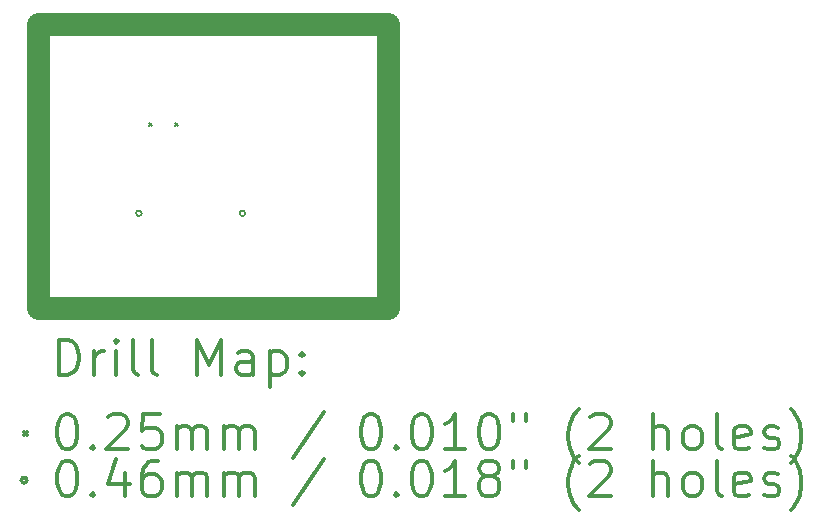
<source format=gbr>
%FSLAX45Y45*%
G04 Gerber Fmt 4.5, Leading zero omitted, Abs format (unit mm)*
G04 Created by KiCad (PCBNEW 4.0.5) date 02/20/17 11:55:41*
%MOMM*%
%LPD*%
G01*
G04 APERTURE LIST*
%ADD10C,0.127000*%
%ADD11C,1.981200*%
%ADD12C,0.200000*%
%ADD13C,0.300000*%
G04 APERTURE END LIST*
D10*
D11*
X15902940Y-10121900D02*
X15902940Y-7713980D01*
X15803880Y-10121900D02*
X15902940Y-10121900D01*
X12943840Y-10121900D02*
X15902940Y-10121900D01*
X12943840Y-10022840D02*
X12943840Y-10121900D01*
X12943840Y-7713980D02*
X12943840Y-10022840D01*
X15900400Y-7713980D02*
X15902940Y-7713980D01*
X12943840Y-7713980D02*
X15900400Y-7713980D01*
D12*
X13878560Y-8554720D02*
X13903960Y-8580120D01*
X13903960Y-8554720D02*
X13878560Y-8580120D01*
X14099540Y-8554720D02*
X14124940Y-8580120D01*
X14124940Y-8554720D02*
X14099540Y-8580120D01*
X13816620Y-9317440D02*
G75*
G03X13816620Y-9317440I-23000J0D01*
G01*
X14692620Y-9317440D02*
G75*
G03X14692620Y-9317440I-23000J0D01*
G01*
D13*
X13116208Y-10686674D02*
X13116208Y-10386674D01*
X13187637Y-10386674D01*
X13230494Y-10400960D01*
X13259066Y-10429532D01*
X13273351Y-10458103D01*
X13287637Y-10515246D01*
X13287637Y-10558103D01*
X13273351Y-10615246D01*
X13259066Y-10643817D01*
X13230494Y-10672389D01*
X13187637Y-10686674D01*
X13116208Y-10686674D01*
X13416208Y-10686674D02*
X13416208Y-10486674D01*
X13416208Y-10543817D02*
X13430494Y-10515246D01*
X13444780Y-10500960D01*
X13473351Y-10486674D01*
X13501923Y-10486674D01*
X13601923Y-10686674D02*
X13601923Y-10486674D01*
X13601923Y-10386674D02*
X13587637Y-10400960D01*
X13601923Y-10415246D01*
X13616208Y-10400960D01*
X13601923Y-10386674D01*
X13601923Y-10415246D01*
X13787637Y-10686674D02*
X13759066Y-10672389D01*
X13744780Y-10643817D01*
X13744780Y-10386674D01*
X13944780Y-10686674D02*
X13916208Y-10672389D01*
X13901923Y-10643817D01*
X13901923Y-10386674D01*
X14287637Y-10686674D02*
X14287637Y-10386674D01*
X14387637Y-10600960D01*
X14487637Y-10386674D01*
X14487637Y-10686674D01*
X14759066Y-10686674D02*
X14759066Y-10529532D01*
X14744780Y-10500960D01*
X14716208Y-10486674D01*
X14659066Y-10486674D01*
X14630494Y-10500960D01*
X14759066Y-10672389D02*
X14730494Y-10686674D01*
X14659066Y-10686674D01*
X14630494Y-10672389D01*
X14616208Y-10643817D01*
X14616208Y-10615246D01*
X14630494Y-10586674D01*
X14659066Y-10572389D01*
X14730494Y-10572389D01*
X14759066Y-10558103D01*
X14901923Y-10486674D02*
X14901923Y-10786674D01*
X14901923Y-10500960D02*
X14930494Y-10486674D01*
X14987637Y-10486674D01*
X15016208Y-10500960D01*
X15030494Y-10515246D01*
X15044780Y-10543817D01*
X15044780Y-10629532D01*
X15030494Y-10658103D01*
X15016208Y-10672389D01*
X14987637Y-10686674D01*
X14930494Y-10686674D01*
X14901923Y-10672389D01*
X15173351Y-10658103D02*
X15187637Y-10672389D01*
X15173351Y-10686674D01*
X15159066Y-10672389D01*
X15173351Y-10658103D01*
X15173351Y-10686674D01*
X15173351Y-10500960D02*
X15187637Y-10515246D01*
X15173351Y-10529532D01*
X15159066Y-10515246D01*
X15173351Y-10500960D01*
X15173351Y-10529532D01*
X12819380Y-11168260D02*
X12844780Y-11193660D01*
X12844780Y-11168260D02*
X12819380Y-11193660D01*
X13173351Y-11016674D02*
X13201923Y-11016674D01*
X13230494Y-11030960D01*
X13244780Y-11045246D01*
X13259066Y-11073817D01*
X13273351Y-11130960D01*
X13273351Y-11202389D01*
X13259066Y-11259531D01*
X13244780Y-11288103D01*
X13230494Y-11302389D01*
X13201923Y-11316674D01*
X13173351Y-11316674D01*
X13144780Y-11302389D01*
X13130494Y-11288103D01*
X13116208Y-11259531D01*
X13101923Y-11202389D01*
X13101923Y-11130960D01*
X13116208Y-11073817D01*
X13130494Y-11045246D01*
X13144780Y-11030960D01*
X13173351Y-11016674D01*
X13401923Y-11288103D02*
X13416208Y-11302389D01*
X13401923Y-11316674D01*
X13387637Y-11302389D01*
X13401923Y-11288103D01*
X13401923Y-11316674D01*
X13530494Y-11045246D02*
X13544780Y-11030960D01*
X13573351Y-11016674D01*
X13644780Y-11016674D01*
X13673351Y-11030960D01*
X13687637Y-11045246D01*
X13701923Y-11073817D01*
X13701923Y-11102389D01*
X13687637Y-11145246D01*
X13516208Y-11316674D01*
X13701923Y-11316674D01*
X13973351Y-11016674D02*
X13830494Y-11016674D01*
X13816208Y-11159532D01*
X13830494Y-11145246D01*
X13859066Y-11130960D01*
X13930494Y-11130960D01*
X13959066Y-11145246D01*
X13973351Y-11159532D01*
X13987637Y-11188103D01*
X13987637Y-11259531D01*
X13973351Y-11288103D01*
X13959066Y-11302389D01*
X13930494Y-11316674D01*
X13859066Y-11316674D01*
X13830494Y-11302389D01*
X13816208Y-11288103D01*
X14116208Y-11316674D02*
X14116208Y-11116674D01*
X14116208Y-11145246D02*
X14130494Y-11130960D01*
X14159066Y-11116674D01*
X14201923Y-11116674D01*
X14230494Y-11130960D01*
X14244780Y-11159532D01*
X14244780Y-11316674D01*
X14244780Y-11159532D02*
X14259066Y-11130960D01*
X14287637Y-11116674D01*
X14330494Y-11116674D01*
X14359066Y-11130960D01*
X14373351Y-11159532D01*
X14373351Y-11316674D01*
X14516208Y-11316674D02*
X14516208Y-11116674D01*
X14516208Y-11145246D02*
X14530494Y-11130960D01*
X14559066Y-11116674D01*
X14601923Y-11116674D01*
X14630494Y-11130960D01*
X14644780Y-11159532D01*
X14644780Y-11316674D01*
X14644780Y-11159532D02*
X14659066Y-11130960D01*
X14687637Y-11116674D01*
X14730494Y-11116674D01*
X14759066Y-11130960D01*
X14773351Y-11159532D01*
X14773351Y-11316674D01*
X15359066Y-11002389D02*
X15101923Y-11388103D01*
X15744780Y-11016674D02*
X15773351Y-11016674D01*
X15801923Y-11030960D01*
X15816208Y-11045246D01*
X15830494Y-11073817D01*
X15844780Y-11130960D01*
X15844780Y-11202389D01*
X15830494Y-11259531D01*
X15816208Y-11288103D01*
X15801923Y-11302389D01*
X15773351Y-11316674D01*
X15744780Y-11316674D01*
X15716208Y-11302389D01*
X15701923Y-11288103D01*
X15687637Y-11259531D01*
X15673351Y-11202389D01*
X15673351Y-11130960D01*
X15687637Y-11073817D01*
X15701923Y-11045246D01*
X15716208Y-11030960D01*
X15744780Y-11016674D01*
X15973351Y-11288103D02*
X15987637Y-11302389D01*
X15973351Y-11316674D01*
X15959066Y-11302389D01*
X15973351Y-11288103D01*
X15973351Y-11316674D01*
X16173351Y-11016674D02*
X16201923Y-11016674D01*
X16230494Y-11030960D01*
X16244780Y-11045246D01*
X16259065Y-11073817D01*
X16273351Y-11130960D01*
X16273351Y-11202389D01*
X16259065Y-11259531D01*
X16244780Y-11288103D01*
X16230494Y-11302389D01*
X16201923Y-11316674D01*
X16173351Y-11316674D01*
X16144780Y-11302389D01*
X16130494Y-11288103D01*
X16116208Y-11259531D01*
X16101923Y-11202389D01*
X16101923Y-11130960D01*
X16116208Y-11073817D01*
X16130494Y-11045246D01*
X16144780Y-11030960D01*
X16173351Y-11016674D01*
X16559065Y-11316674D02*
X16387637Y-11316674D01*
X16473351Y-11316674D02*
X16473351Y-11016674D01*
X16444780Y-11059532D01*
X16416208Y-11088103D01*
X16387637Y-11102389D01*
X16744780Y-11016674D02*
X16773351Y-11016674D01*
X16801923Y-11030960D01*
X16816208Y-11045246D01*
X16830494Y-11073817D01*
X16844780Y-11130960D01*
X16844780Y-11202389D01*
X16830494Y-11259531D01*
X16816208Y-11288103D01*
X16801923Y-11302389D01*
X16773351Y-11316674D01*
X16744780Y-11316674D01*
X16716208Y-11302389D01*
X16701923Y-11288103D01*
X16687637Y-11259531D01*
X16673351Y-11202389D01*
X16673351Y-11130960D01*
X16687637Y-11073817D01*
X16701923Y-11045246D01*
X16716208Y-11030960D01*
X16744780Y-11016674D01*
X16959066Y-11016674D02*
X16959066Y-11073817D01*
X17073351Y-11016674D02*
X17073351Y-11073817D01*
X17516208Y-11430960D02*
X17501923Y-11416674D01*
X17473351Y-11373817D01*
X17459066Y-11345246D01*
X17444780Y-11302389D01*
X17430494Y-11230960D01*
X17430494Y-11173817D01*
X17444780Y-11102389D01*
X17459066Y-11059532D01*
X17473351Y-11030960D01*
X17501923Y-10988103D01*
X17516208Y-10973817D01*
X17616208Y-11045246D02*
X17630494Y-11030960D01*
X17659066Y-11016674D01*
X17730494Y-11016674D01*
X17759066Y-11030960D01*
X17773351Y-11045246D01*
X17787637Y-11073817D01*
X17787637Y-11102389D01*
X17773351Y-11145246D01*
X17601923Y-11316674D01*
X17787637Y-11316674D01*
X18144780Y-11316674D02*
X18144780Y-11016674D01*
X18273351Y-11316674D02*
X18273351Y-11159532D01*
X18259066Y-11130960D01*
X18230494Y-11116674D01*
X18187637Y-11116674D01*
X18159066Y-11130960D01*
X18144780Y-11145246D01*
X18459066Y-11316674D02*
X18430494Y-11302389D01*
X18416208Y-11288103D01*
X18401923Y-11259531D01*
X18401923Y-11173817D01*
X18416208Y-11145246D01*
X18430494Y-11130960D01*
X18459066Y-11116674D01*
X18501923Y-11116674D01*
X18530494Y-11130960D01*
X18544780Y-11145246D01*
X18559066Y-11173817D01*
X18559066Y-11259531D01*
X18544780Y-11288103D01*
X18530494Y-11302389D01*
X18501923Y-11316674D01*
X18459066Y-11316674D01*
X18730494Y-11316674D02*
X18701923Y-11302389D01*
X18687637Y-11273817D01*
X18687637Y-11016674D01*
X18959066Y-11302389D02*
X18930494Y-11316674D01*
X18873351Y-11316674D01*
X18844780Y-11302389D01*
X18830494Y-11273817D01*
X18830494Y-11159532D01*
X18844780Y-11130960D01*
X18873351Y-11116674D01*
X18930494Y-11116674D01*
X18959066Y-11130960D01*
X18973351Y-11159532D01*
X18973351Y-11188103D01*
X18830494Y-11216674D01*
X19087637Y-11302389D02*
X19116209Y-11316674D01*
X19173351Y-11316674D01*
X19201923Y-11302389D01*
X19216209Y-11273817D01*
X19216209Y-11259531D01*
X19201923Y-11230960D01*
X19173351Y-11216674D01*
X19130494Y-11216674D01*
X19101923Y-11202389D01*
X19087637Y-11173817D01*
X19087637Y-11159532D01*
X19101923Y-11130960D01*
X19130494Y-11116674D01*
X19173351Y-11116674D01*
X19201923Y-11130960D01*
X19316208Y-11430960D02*
X19330494Y-11416674D01*
X19359066Y-11373817D01*
X19373351Y-11345246D01*
X19387637Y-11302389D01*
X19401923Y-11230960D01*
X19401923Y-11173817D01*
X19387637Y-11102389D01*
X19373351Y-11059532D01*
X19359066Y-11030960D01*
X19330494Y-10988103D01*
X19316208Y-10973817D01*
X12844780Y-11576960D02*
G75*
G03X12844780Y-11576960I-23000J0D01*
G01*
X13173351Y-11412674D02*
X13201923Y-11412674D01*
X13230494Y-11426960D01*
X13244780Y-11441246D01*
X13259066Y-11469817D01*
X13273351Y-11526960D01*
X13273351Y-11598389D01*
X13259066Y-11655531D01*
X13244780Y-11684103D01*
X13230494Y-11698389D01*
X13201923Y-11712674D01*
X13173351Y-11712674D01*
X13144780Y-11698389D01*
X13130494Y-11684103D01*
X13116208Y-11655531D01*
X13101923Y-11598389D01*
X13101923Y-11526960D01*
X13116208Y-11469817D01*
X13130494Y-11441246D01*
X13144780Y-11426960D01*
X13173351Y-11412674D01*
X13401923Y-11684103D02*
X13416208Y-11698389D01*
X13401923Y-11712674D01*
X13387637Y-11698389D01*
X13401923Y-11684103D01*
X13401923Y-11712674D01*
X13673351Y-11512674D02*
X13673351Y-11712674D01*
X13601923Y-11398389D02*
X13530494Y-11612674D01*
X13716208Y-11612674D01*
X13959066Y-11412674D02*
X13901923Y-11412674D01*
X13873351Y-11426960D01*
X13859066Y-11441246D01*
X13830494Y-11484103D01*
X13816208Y-11541246D01*
X13816208Y-11655531D01*
X13830494Y-11684103D01*
X13844780Y-11698389D01*
X13873351Y-11712674D01*
X13930494Y-11712674D01*
X13959066Y-11698389D01*
X13973351Y-11684103D01*
X13987637Y-11655531D01*
X13987637Y-11584103D01*
X13973351Y-11555531D01*
X13959066Y-11541246D01*
X13930494Y-11526960D01*
X13873351Y-11526960D01*
X13844780Y-11541246D01*
X13830494Y-11555531D01*
X13816208Y-11584103D01*
X14116208Y-11712674D02*
X14116208Y-11512674D01*
X14116208Y-11541246D02*
X14130494Y-11526960D01*
X14159066Y-11512674D01*
X14201923Y-11512674D01*
X14230494Y-11526960D01*
X14244780Y-11555531D01*
X14244780Y-11712674D01*
X14244780Y-11555531D02*
X14259066Y-11526960D01*
X14287637Y-11512674D01*
X14330494Y-11512674D01*
X14359066Y-11526960D01*
X14373351Y-11555531D01*
X14373351Y-11712674D01*
X14516208Y-11712674D02*
X14516208Y-11512674D01*
X14516208Y-11541246D02*
X14530494Y-11526960D01*
X14559066Y-11512674D01*
X14601923Y-11512674D01*
X14630494Y-11526960D01*
X14644780Y-11555531D01*
X14644780Y-11712674D01*
X14644780Y-11555531D02*
X14659066Y-11526960D01*
X14687637Y-11512674D01*
X14730494Y-11512674D01*
X14759066Y-11526960D01*
X14773351Y-11555531D01*
X14773351Y-11712674D01*
X15359066Y-11398389D02*
X15101923Y-11784103D01*
X15744780Y-11412674D02*
X15773351Y-11412674D01*
X15801923Y-11426960D01*
X15816208Y-11441246D01*
X15830494Y-11469817D01*
X15844780Y-11526960D01*
X15844780Y-11598389D01*
X15830494Y-11655531D01*
X15816208Y-11684103D01*
X15801923Y-11698389D01*
X15773351Y-11712674D01*
X15744780Y-11712674D01*
X15716208Y-11698389D01*
X15701923Y-11684103D01*
X15687637Y-11655531D01*
X15673351Y-11598389D01*
X15673351Y-11526960D01*
X15687637Y-11469817D01*
X15701923Y-11441246D01*
X15716208Y-11426960D01*
X15744780Y-11412674D01*
X15973351Y-11684103D02*
X15987637Y-11698389D01*
X15973351Y-11712674D01*
X15959066Y-11698389D01*
X15973351Y-11684103D01*
X15973351Y-11712674D01*
X16173351Y-11412674D02*
X16201923Y-11412674D01*
X16230494Y-11426960D01*
X16244780Y-11441246D01*
X16259065Y-11469817D01*
X16273351Y-11526960D01*
X16273351Y-11598389D01*
X16259065Y-11655531D01*
X16244780Y-11684103D01*
X16230494Y-11698389D01*
X16201923Y-11712674D01*
X16173351Y-11712674D01*
X16144780Y-11698389D01*
X16130494Y-11684103D01*
X16116208Y-11655531D01*
X16101923Y-11598389D01*
X16101923Y-11526960D01*
X16116208Y-11469817D01*
X16130494Y-11441246D01*
X16144780Y-11426960D01*
X16173351Y-11412674D01*
X16559065Y-11712674D02*
X16387637Y-11712674D01*
X16473351Y-11712674D02*
X16473351Y-11412674D01*
X16444780Y-11455531D01*
X16416208Y-11484103D01*
X16387637Y-11498389D01*
X16730494Y-11541246D02*
X16701923Y-11526960D01*
X16687637Y-11512674D01*
X16673351Y-11484103D01*
X16673351Y-11469817D01*
X16687637Y-11441246D01*
X16701923Y-11426960D01*
X16730494Y-11412674D01*
X16787637Y-11412674D01*
X16816208Y-11426960D01*
X16830494Y-11441246D01*
X16844780Y-11469817D01*
X16844780Y-11484103D01*
X16830494Y-11512674D01*
X16816208Y-11526960D01*
X16787637Y-11541246D01*
X16730494Y-11541246D01*
X16701923Y-11555531D01*
X16687637Y-11569817D01*
X16673351Y-11598389D01*
X16673351Y-11655531D01*
X16687637Y-11684103D01*
X16701923Y-11698389D01*
X16730494Y-11712674D01*
X16787637Y-11712674D01*
X16816208Y-11698389D01*
X16830494Y-11684103D01*
X16844780Y-11655531D01*
X16844780Y-11598389D01*
X16830494Y-11569817D01*
X16816208Y-11555531D01*
X16787637Y-11541246D01*
X16959066Y-11412674D02*
X16959066Y-11469817D01*
X17073351Y-11412674D02*
X17073351Y-11469817D01*
X17516208Y-11826960D02*
X17501923Y-11812674D01*
X17473351Y-11769817D01*
X17459066Y-11741246D01*
X17444780Y-11698389D01*
X17430494Y-11626960D01*
X17430494Y-11569817D01*
X17444780Y-11498389D01*
X17459066Y-11455531D01*
X17473351Y-11426960D01*
X17501923Y-11384103D01*
X17516208Y-11369817D01*
X17616208Y-11441246D02*
X17630494Y-11426960D01*
X17659066Y-11412674D01*
X17730494Y-11412674D01*
X17759066Y-11426960D01*
X17773351Y-11441246D01*
X17787637Y-11469817D01*
X17787637Y-11498389D01*
X17773351Y-11541246D01*
X17601923Y-11712674D01*
X17787637Y-11712674D01*
X18144780Y-11712674D02*
X18144780Y-11412674D01*
X18273351Y-11712674D02*
X18273351Y-11555531D01*
X18259066Y-11526960D01*
X18230494Y-11512674D01*
X18187637Y-11512674D01*
X18159066Y-11526960D01*
X18144780Y-11541246D01*
X18459066Y-11712674D02*
X18430494Y-11698389D01*
X18416208Y-11684103D01*
X18401923Y-11655531D01*
X18401923Y-11569817D01*
X18416208Y-11541246D01*
X18430494Y-11526960D01*
X18459066Y-11512674D01*
X18501923Y-11512674D01*
X18530494Y-11526960D01*
X18544780Y-11541246D01*
X18559066Y-11569817D01*
X18559066Y-11655531D01*
X18544780Y-11684103D01*
X18530494Y-11698389D01*
X18501923Y-11712674D01*
X18459066Y-11712674D01*
X18730494Y-11712674D02*
X18701923Y-11698389D01*
X18687637Y-11669817D01*
X18687637Y-11412674D01*
X18959066Y-11698389D02*
X18930494Y-11712674D01*
X18873351Y-11712674D01*
X18844780Y-11698389D01*
X18830494Y-11669817D01*
X18830494Y-11555531D01*
X18844780Y-11526960D01*
X18873351Y-11512674D01*
X18930494Y-11512674D01*
X18959066Y-11526960D01*
X18973351Y-11555531D01*
X18973351Y-11584103D01*
X18830494Y-11612674D01*
X19087637Y-11698389D02*
X19116209Y-11712674D01*
X19173351Y-11712674D01*
X19201923Y-11698389D01*
X19216209Y-11669817D01*
X19216209Y-11655531D01*
X19201923Y-11626960D01*
X19173351Y-11612674D01*
X19130494Y-11612674D01*
X19101923Y-11598389D01*
X19087637Y-11569817D01*
X19087637Y-11555531D01*
X19101923Y-11526960D01*
X19130494Y-11512674D01*
X19173351Y-11512674D01*
X19201923Y-11526960D01*
X19316208Y-11826960D02*
X19330494Y-11812674D01*
X19359066Y-11769817D01*
X19373351Y-11741246D01*
X19387637Y-11698389D01*
X19401923Y-11626960D01*
X19401923Y-11569817D01*
X19387637Y-11498389D01*
X19373351Y-11455531D01*
X19359066Y-11426960D01*
X19330494Y-11384103D01*
X19316208Y-11369817D01*
M02*

</source>
